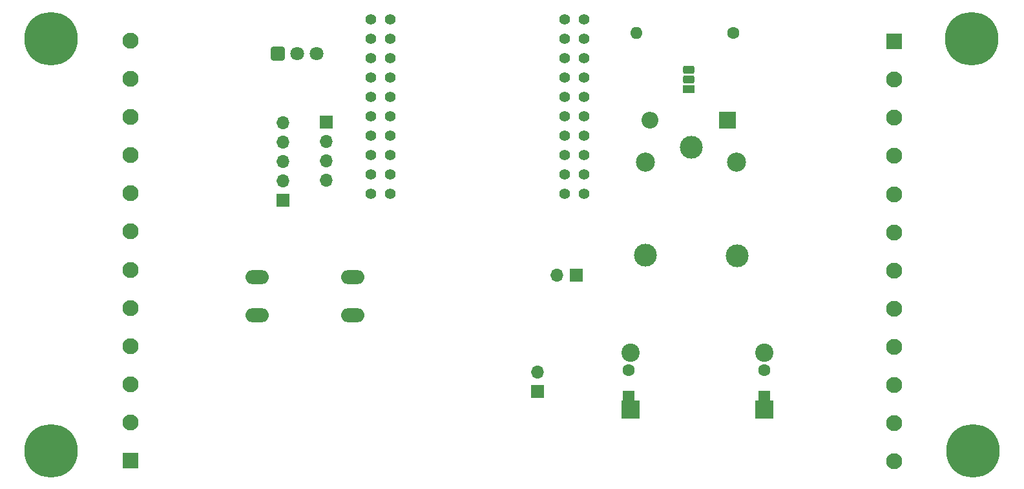
<source format=gbs>
G04 #@! TF.GenerationSoftware,KiCad,Pcbnew,7.0.2-6a45011f42~172~ubuntu22.04.1*
G04 #@! TF.CreationDate,2023-05-15T00:50:54+02:00*
G04 #@! TF.ProjectId,ESP32_mini_8Port_WLED,45535033-325f-46d6-996e-695f38506f72,rev?*
G04 #@! TF.SameCoordinates,Original*
G04 #@! TF.FileFunction,Soldermask,Bot*
G04 #@! TF.FilePolarity,Negative*
%FSLAX46Y46*%
G04 Gerber Fmt 4.6, Leading zero omitted, Abs format (unit mm)*
G04 Created by KiCad (PCBNEW 7.0.2-6a45011f42~172~ubuntu22.04.1) date 2023-05-15 00:50:54*
%MOMM*%
%LPD*%
G01*
G04 APERTURE LIST*
G04 Aperture macros list*
%AMRoundRect*
0 Rectangle with rounded corners*
0 $1 Rounding radius*
0 $2 $3 $4 $5 $6 $7 $8 $9 X,Y pos of 4 corners*
0 Add a 4 corners polygon primitive as box body*
4,1,4,$2,$3,$4,$5,$6,$7,$8,$9,$2,$3,0*
0 Add four circle primitives for the rounded corners*
1,1,$1+$1,$2,$3*
1,1,$1+$1,$4,$5*
1,1,$1+$1,$6,$7*
1,1,$1+$1,$8,$9*
0 Add four rect primitives between the rounded corners*
20,1,$1+$1,$2,$3,$4,$5,0*
20,1,$1+$1,$4,$5,$6,$7,0*
20,1,$1+$1,$6,$7,$8,$9,0*
20,1,$1+$1,$8,$9,$2,$3,0*%
G04 Aperture macros list end*
%ADD10R,1.600000X1.600000*%
%ADD11C,1.600000*%
%ADD12R,2.400000X2.400000*%
%ADD13C,2.400000*%
%ADD14R,1.500000X1.050000*%
%ADD15RoundRect,0.262500X0.487500X-0.262500X0.487500X0.262500X-0.487500X0.262500X-0.487500X-0.262500X0*%
%ADD16R,1.700000X1.700000*%
%ADD17O,1.700000X1.700000*%
%ADD18RoundRect,0.250200X-0.649800X-0.649800X0.649800X-0.649800X0.649800X0.649800X-0.649800X0.649800X0*%
%ADD19C,1.800000*%
%ADD20O,3.048000X1.850000*%
%ADD21O,1.600000X1.600000*%
%ADD22C,3.000000*%
%ADD23C,2.500000*%
%ADD24C,2.100000*%
%ADD25R,2.100000X2.100000*%
%ADD26R,2.200000X2.200000*%
%ADD27O,2.200000X2.200000*%
%ADD28C,1.400000*%
%ADD29C,0.800000*%
%ADD30C,7.000000*%
G04 APERTURE END LIST*
D10*
X155702000Y-128214000D03*
D11*
X155702000Y-124714000D03*
D10*
X173482000Y-128214000D03*
D11*
X173482000Y-124714000D03*
D12*
X155956000Y-129928000D03*
D13*
X155956000Y-122428000D03*
D12*
X173482000Y-129928000D03*
D13*
X173482000Y-122428000D03*
D14*
X163576000Y-87884000D03*
D15*
X163576000Y-86614000D03*
X163576000Y-85344000D03*
D16*
X143764000Y-127508000D03*
D17*
X143764000Y-124968000D03*
X110370000Y-92350000D03*
X110370000Y-94890000D03*
X110370000Y-97430000D03*
X110370000Y-99970000D03*
D16*
X110370000Y-102510000D03*
X116103000Y-92212000D03*
D17*
X116103000Y-94752000D03*
X116103000Y-97292000D03*
X116103000Y-99832000D03*
D16*
X148844000Y-112268000D03*
D17*
X146304000Y-112268000D03*
D18*
X109728000Y-83303000D03*
D19*
X112268000Y-83303000D03*
X114808000Y-83303000D03*
D20*
X119524000Y-117562000D03*
X107024000Y-117562000D03*
X119524000Y-112562000D03*
X107024000Y-112562000D03*
D21*
X156718000Y-80518000D03*
D11*
X169418000Y-80518000D03*
D22*
X163926000Y-95528000D03*
D23*
X157876000Y-97478000D03*
D22*
X157876000Y-109678000D03*
X169926000Y-109728000D03*
D23*
X169876000Y-97478000D03*
D24*
X90424000Y-81586000D03*
X90424000Y-86586000D03*
X90424000Y-91586000D03*
X90424000Y-96586000D03*
X90424000Y-101586000D03*
X90424000Y-106586000D03*
X90424000Y-111586000D03*
X90424000Y-116586000D03*
X90424000Y-121586000D03*
X90424000Y-126586000D03*
X90424000Y-131586000D03*
D25*
X90424000Y-136586000D03*
D24*
X190500000Y-136680000D03*
X190500000Y-131680000D03*
X190500000Y-126680000D03*
X190500000Y-121680000D03*
X190500000Y-116680000D03*
X190500000Y-111680000D03*
X190500000Y-106680000D03*
X190500000Y-101680000D03*
X190500000Y-96680000D03*
X190500000Y-91680000D03*
X190500000Y-86680000D03*
D25*
X190500000Y-81680000D03*
D26*
X168656000Y-91948000D03*
D27*
X158496000Y-91948000D03*
D28*
X124460000Y-78740000D03*
X121920000Y-78740000D03*
X121920000Y-81280000D03*
X124460000Y-81280000D03*
X121920000Y-83820000D03*
X124460000Y-83820000D03*
X121920000Y-86360000D03*
X124460000Y-86360000D03*
X121920000Y-88900000D03*
X124460000Y-88900000D03*
X121920000Y-91440000D03*
X124460000Y-91440000D03*
X121920000Y-93980000D03*
X124460000Y-93980000D03*
X121920000Y-96520000D03*
X124460000Y-96520000D03*
X121920000Y-99060000D03*
X124460000Y-99060000D03*
X121920000Y-101600000D03*
X124460000Y-101600000D03*
X147320000Y-78740000D03*
X149860000Y-78740000D03*
X147320000Y-81280000D03*
X149860000Y-81280000D03*
X147320000Y-83820000D03*
X149860000Y-83820000D03*
X147320000Y-86360000D03*
X149860000Y-86360000D03*
X147320000Y-88900000D03*
X149860000Y-88900000D03*
X147320000Y-91440000D03*
X149860000Y-91440000D03*
X147320000Y-93980000D03*
X149860000Y-93980000D03*
X147320000Y-96520000D03*
X149860000Y-96520000D03*
X147320000Y-99060000D03*
X149860000Y-99060000D03*
X147320000Y-101600000D03*
X149860000Y-101600000D03*
D29*
X198035000Y-81280000D03*
X198803845Y-79423845D03*
X198803845Y-83136155D03*
X200660000Y-78655000D03*
D30*
X200660000Y-81280000D03*
X200660000Y-81280000D03*
D29*
X200660000Y-83905000D03*
X202516155Y-79423845D03*
X202516155Y-83136155D03*
X203285000Y-81280000D03*
X77385000Y-135297000D03*
X78153845Y-133440845D03*
X78153845Y-137153155D03*
X80010000Y-132672000D03*
D30*
X80010000Y-135297000D03*
X80010000Y-135297000D03*
D29*
X80010000Y-137922000D03*
X81866155Y-133440845D03*
X81866155Y-137153155D03*
X82635000Y-135297000D03*
X77385000Y-81280000D03*
X78153845Y-79423845D03*
X78153845Y-83136155D03*
X80010000Y-78655000D03*
D30*
X80010000Y-81280000D03*
X80010000Y-81280000D03*
D29*
X80010000Y-83905000D03*
X81866155Y-79423845D03*
X81866155Y-83136155D03*
X82635000Y-81280000D03*
X198210845Y-135303845D03*
X198979690Y-133447690D03*
X198979690Y-137160000D03*
X200835845Y-132678845D03*
D30*
X200835845Y-135303845D03*
X200835845Y-135303845D03*
D29*
X200835845Y-137928845D03*
X202692000Y-133447690D03*
X202692000Y-137160000D03*
X203460845Y-135303845D03*
M02*

</source>
